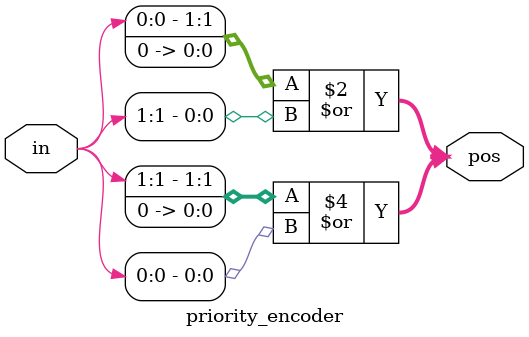
<source format=v>
module priority_encoder( 
input [2:0] in,
output reg [1:0] pos ); 
// When sel=1, assign b to out
assign pos = (in[0] << 1) | in[1];
// When sel=0, assign b to out
assign pos = (in[1] << 1) | in[0];
endmodule

</source>
